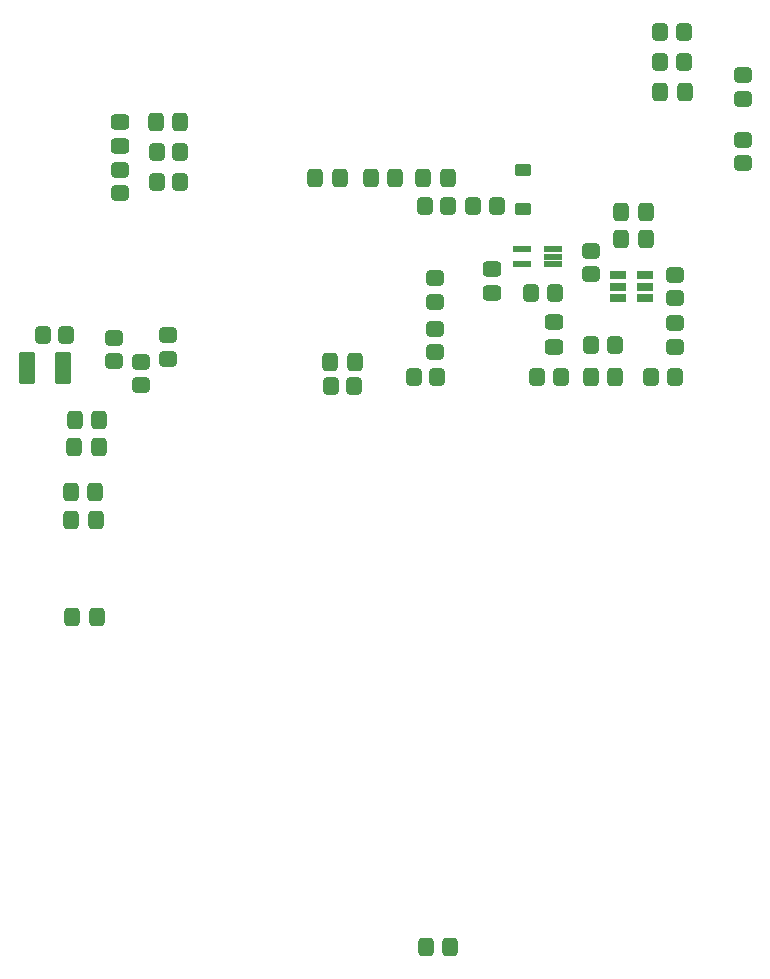
<source format=gbr>
%TF.GenerationSoftware,KiCad,Pcbnew,6.0.4*%
%TF.CreationDate,2022-04-29T13:24:52-05:00*%
%TF.ProjectId,gpsdo-controller,67707364-6f2d-4636-9f6e-74726f6c6c65,rev?*%
%TF.SameCoordinates,Original*%
%TF.FileFunction,Paste,Top*%
%TF.FilePolarity,Positive*%
%FSLAX46Y46*%
G04 Gerber Fmt 4.6, Leading zero omitted, Abs format (unit mm)*
G04 Created by KiCad (PCBNEW 6.0.4) date 2022-04-29 13:24:52*
%MOMM*%
%LPD*%
G01*
G04 APERTURE LIST*
G04 Aperture macros list*
%AMRoundRect*
0 Rectangle with rounded corners*
0 $1 Rounding radius*
0 $2 $3 $4 $5 $6 $7 $8 $9 X,Y pos of 4 corners*
0 Add a 4 corners polygon primitive as box body*
4,1,4,$2,$3,$4,$5,$6,$7,$8,$9,$2,$3,0*
0 Add four circle primitives for the rounded corners*
1,1,$1+$1,$2,$3*
1,1,$1+$1,$4,$5*
1,1,$1+$1,$6,$7*
1,1,$1+$1,$8,$9*
0 Add four rect primitives between the rounded corners*
20,1,$1+$1,$2,$3,$4,$5,0*
20,1,$1+$1,$4,$5,$6,$7,0*
20,1,$1+$1,$6,$7,$8,$9,0*
20,1,$1+$1,$8,$9,$2,$3,0*%
G04 Aperture macros list end*
%ADD10RoundRect,0.300800X-0.337500X-0.475000X0.337500X-0.475000X0.337500X0.475000X-0.337500X0.475000X0*%
%ADD11RoundRect,0.300800X0.337500X0.475000X-0.337500X0.475000X-0.337500X-0.475000X0.337500X-0.475000X0*%
%ADD12RoundRect,0.300800X0.450000X-0.350000X0.450000X0.350000X-0.450000X0.350000X-0.450000X-0.350000X0*%
%ADD13RoundRect,0.300800X-0.350000X-0.450000X0.350000X-0.450000X0.350000X0.450000X-0.350000X0.450000X0*%
%ADD14RoundRect,0.050800X0.600000X-0.450000X0.600000X0.450000X-0.600000X0.450000X-0.600000X-0.450000X0*%
%ADD15RoundRect,0.300800X-0.450000X0.350000X-0.450000X-0.350000X0.450000X-0.350000X0.450000X0.350000X0*%
%ADD16RoundRect,0.300800X0.350000X0.450000X-0.350000X0.450000X-0.350000X-0.450000X0.350000X-0.450000X0*%
%ADD17RoundRect,0.300800X0.400000X1.075000X-0.400000X1.075000X-0.400000X-1.075000X0.400000X-1.075000X0*%
%ADD18RoundRect,0.300800X0.475000X-0.337500X0.475000X0.337500X-0.475000X0.337500X-0.475000X-0.337500X0*%
%ADD19RoundRect,0.200800X-0.512500X-0.150000X0.512500X-0.150000X0.512500X0.150000X-0.512500X0.150000X0*%
%ADD20RoundRect,0.300800X-0.475000X0.337500X-0.475000X-0.337500X0.475000X-0.337500X0.475000X0.337500X0*%
%ADD21RoundRect,0.050800X0.750000X0.200000X-0.750000X0.200000X-0.750000X-0.200000X0.750000X-0.200000X0*%
G04 APERTURE END LIST*
D10*
%TO.C,C2*%
X94445000Y-57150000D03*
X96520000Y-57150000D03*
%TD*%
D11*
%TO.C,C5*%
X135933000Y-67056000D03*
X133858000Y-67056000D03*
%TD*%
D12*
%TO.C,R17*%
X93218000Y-79486000D03*
X93218000Y-77486000D03*
%TD*%
%TO.C,R2*%
X138430000Y-76200000D03*
X138430000Y-74200000D03*
%TD*%
D13*
%TO.C,R24*%
X117211600Y-64262000D03*
X119211600Y-64262000D03*
%TD*%
D10*
%TO.C,C4*%
X133858000Y-64770000D03*
X135933000Y-64770000D03*
%TD*%
D11*
%TO.C,C14*%
X89683500Y-82448400D03*
X87608500Y-82448400D03*
%TD*%
D10*
%TO.C,C6*%
X137160000Y-54610000D03*
X139235000Y-54610000D03*
%TD*%
D14*
%TO.C,D1*%
X125577600Y-64541400D03*
X125577600Y-61241400D03*
%TD*%
D13*
%TO.C,R6*%
X94520000Y-59690000D03*
X96520000Y-59690000D03*
%TD*%
D12*
%TO.C,R21*%
X144145000Y-55245000D03*
X144145000Y-53245000D03*
%TD*%
D15*
%TO.C,R15*%
X118110000Y-70390000D03*
X118110000Y-72390000D03*
%TD*%
D16*
%TO.C,R13*%
X86868000Y-75184000D03*
X84868000Y-75184000D03*
%TD*%
D15*
%TO.C,R22*%
X118110000Y-74692000D03*
X118110000Y-76692000D03*
%TD*%
D17*
%TO.C,R12*%
X86614000Y-77978000D03*
X83514000Y-77978000D03*
%TD*%
D13*
%TO.C,R1*%
X126762000Y-78740000D03*
X128762000Y-78740000D03*
%TD*%
D15*
%TO.C,R20*%
X131318000Y-68088000D03*
X131318000Y-70088000D03*
%TD*%
D18*
%TO.C,C1*%
X128143000Y-76221500D03*
X128143000Y-74146500D03*
%TD*%
D16*
%TO.C,R25*%
X123317000Y-64287400D03*
X121317000Y-64287400D03*
%TD*%
D10*
%TO.C,C15*%
X109220000Y-77470000D03*
X111295000Y-77470000D03*
%TD*%
D19*
%TO.C,U1*%
X133615000Y-70170000D03*
X133615000Y-71120000D03*
X133615000Y-72070000D03*
X135890000Y-72070000D03*
X135890000Y-71120000D03*
X135890000Y-70170000D03*
%TD*%
D15*
%TO.C,R16*%
X95504000Y-75216000D03*
X95504000Y-77216000D03*
%TD*%
D20*
%TO.C,C11*%
X91440000Y-57150000D03*
X91440000Y-59225000D03*
%TD*%
D11*
%TO.C,C9*%
X110025000Y-61925200D03*
X107950000Y-61925200D03*
%TD*%
D13*
%TO.C,R3*%
X126254000Y-71628000D03*
X128254000Y-71628000D03*
%TD*%
D11*
%TO.C,C12*%
X89327900Y-88544400D03*
X87252900Y-88544400D03*
%TD*%
D16*
%TO.C,R10*%
X139160000Y-52070000D03*
X137160000Y-52070000D03*
%TD*%
D10*
%TO.C,C3*%
X131275000Y-78740000D03*
X133350000Y-78740000D03*
%TD*%
D16*
%TO.C,R5*%
X133318000Y-76073000D03*
X131318000Y-76073000D03*
%TD*%
D11*
%TO.C,C8*%
X114724000Y-61925200D03*
X112649000Y-61925200D03*
%TD*%
D16*
%TO.C,R23*%
X118287800Y-78740000D03*
X116287800Y-78740000D03*
%TD*%
%TO.C,R7*%
X96520000Y-62230000D03*
X94520000Y-62230000D03*
%TD*%
D21*
%TO.C,U2*%
X128076000Y-69230000D03*
X128076000Y-68580000D03*
X128076000Y-67930000D03*
X125416000Y-67930000D03*
X125416000Y-69230000D03*
%TD*%
D13*
%TO.C,R18*%
X109252000Y-79502000D03*
X111252000Y-79502000D03*
%TD*%
D15*
%TO.C,R11*%
X91440000Y-61230000D03*
X91440000Y-63230000D03*
%TD*%
D16*
%TO.C,R8*%
X139160000Y-49530000D03*
X137160000Y-49530000D03*
%TD*%
D10*
%TO.C,C18*%
X117101800Y-61925200D03*
X119176800Y-61925200D03*
%TD*%
D12*
%TO.C,R14*%
X90932000Y-77438000D03*
X90932000Y-75438000D03*
%TD*%
D11*
%TO.C,C13*%
X89636600Y-84734400D03*
X87561600Y-84734400D03*
%TD*%
D12*
%TO.C,R19*%
X144145000Y-60690000D03*
X144145000Y-58690000D03*
%TD*%
D20*
%TO.C,C7*%
X122936000Y-69596000D03*
X122936000Y-71671000D03*
%TD*%
D15*
%TO.C,R9*%
X138430000Y-70120000D03*
X138430000Y-72120000D03*
%TD*%
D11*
%TO.C,C10*%
X89349400Y-90906600D03*
X87274400Y-90906600D03*
%TD*%
D10*
%TO.C,C17*%
X87376000Y-99060000D03*
X89451000Y-99060000D03*
%TD*%
D13*
%TO.C,R4*%
X136398000Y-78740000D03*
X138398000Y-78740000D03*
%TD*%
D10*
%TO.C,C16*%
X117305000Y-127000000D03*
X119380000Y-127000000D03*
%TD*%
M02*

</source>
